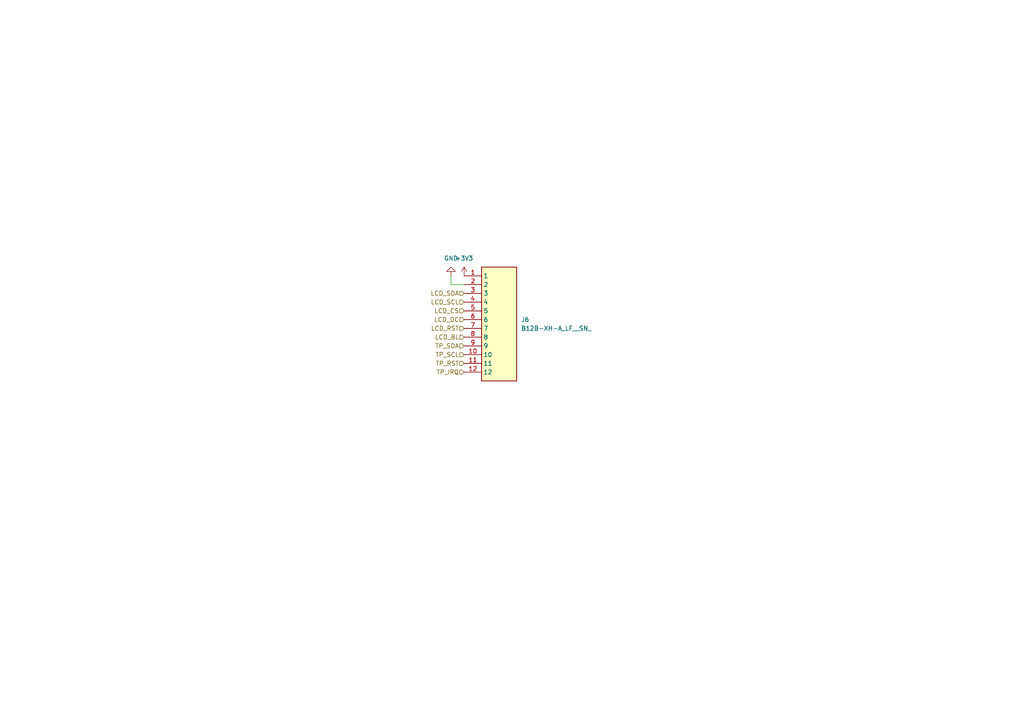
<source format=kicad_sch>
(kicad_sch (version 20250114) (generator "eeschema") (generator_version "9.0")
  (paper "A4")
  (lib_symbols
    (symbol "afterburner_symbolic:B12B-XH-A_LF__SN_"
      (property "Reference" "J" (at 16.51 7.62 0))
      (property "Value" "B12B-XH-A_LF__SN_" (at 16.51 5.08 0))
      (symbol "B12B-XH-A_LF__SN__1_1"
        (rectangle (start 5.08 2.54) (end 15.24 -30.48) (stroke (width 0.254)) (fill (type background)))
        (pin passive line (at 0 0 0) (length 5.08) (name "1") (number "1"))
        (pin passive line (at 0 -2.54 0) (length 5.08) (name "2") (number "2"))
        (pin passive line (at 0 -5.08 0) (length 5.08) (name "3") (number "3"))
        (pin passive line (at 0 -7.62 0) (length 5.08) (name "4") (number "4"))
        (pin passive line (at 0 -10.16 0) (length 5.08) (name "5") (number "5"))
        (pin passive line (at 0 -12.7 0) (length 5.08) (name "6") (number "6"))
        (pin passive line (at 0 -15.24 0) (length 5.08) (name "7") (number "7"))
        (pin passive line (at 0 -17.78 0) (length 5.08) (name "8") (number "8"))
        (pin passive line (at 0 -20.32 0) (length 5.08) (name "9") (number "9"))
        (pin passive line (at 0 -22.86 0) (length 5.08) (name "10") (number "10"))
        (pin passive line (at 0 -25.4 0) (length 5.08) (name "11") (number "11"))
        (pin passive line (at 0 -27.94 0) (length 5.08) (name "12") (number "12"))
      )
    )
    (symbol "power:+3V3" (power) (pin_numbers (hide yes)) (pin_names (offset 0) (hide yes))
      (property "Value" "+3V3" (at 0 3.556 0))
      (symbol "+3V3_0_1"
        (polyline (pts (xy -0.762 1.27) (xy 0 2.54)))
        (polyline (pts (xy 0 2.54) (xy 0.762 1.27)))
        (polyline (pts (xy 0 0) (xy 0 2.54)))
      )
      (symbol "+3V3_1_1"
        (pin power_in line (at 0 0 90) (length 0) (name "~") (number "1"))
      )
    )
    (symbol "power:GND" (power) (pin_numbers (hide yes)) (pin_names (offset 0) (hide yes))
      (property "Value" "GND" (at 0 -3.81 0))
      (symbol "GND_0_1"
        (polyline (pts (xy 0 0) (xy 0 -1.27) (xy 1.27 -1.27) (xy 0 -2.54) (xy -1.27 -1.27) (xy 0 -1.27)))
      )
      (symbol "GND_1_1"
        (pin power_in line (at 0 0 270) (length 0) (name "~") (number "1"))
      )
    )
  )
  (wire (pts (xy 134.62 82.55) (xy 130.81 82.55)))
  (wire (pts (xy 130.81 82.55) (xy 130.81 80.01)))
  (hierarchical_label "LCD_BL" (shape input) (at 134.62 97.79 180))
  (hierarchical_label "TP_SCL" (shape input) (at 134.62 102.87 180))
  (hierarchical_label "TP_RST" (shape input) (at 134.62 105.41 180))
  (hierarchical_label "LCD_DC" (shape input) (at 134.62 92.71 180))
  (hierarchical_label "LCD_CS" (shape input) (at 134.62 90.17 180))
  (hierarchical_label "LCD_RST" (shape input) (at 134.62 95.25 180))
  (hierarchical_label "LCD_SDA" (shape input) (at 134.62 85.09 180))
  (hierarchical_label "TP_SDA" (shape input) (at 134.62 100.33 180))
  (hierarchical_label "LCD_SCL" (shape input) (at 134.62 87.63 180))
  (hierarchical_label "TP_IRQ" (shape input) (at 134.62 107.95 180))
  (symbol (lib_id "power:+3V3") (at 134.62 80.01 0) (unit 1)
    (property "Reference" "#PWR0123" (effects (hide yes)))
    (property "Value" "+3V3" (at 134.62 74.93 0))
    (property "Description" "Power symbol creates a global label with name \"+3V3\"" (effects (hide yes)))
  )
  (symbol (lib_id "power:GND") (at 130.81 80.01 180) (unit 1)
    (property "Reference" "#PWR0124" (effects (hide yes)))
    (property "Value" "GND" (at 130.81 74.93 0))
    (property "Description" "Power symbol creates a global label with name \"GND\" , ground" (effects (hide yes)))
  )
  (symbol (lib_id "afterburner_symbolic:B12B-XH-A_LF__SN_") (at 134.62 80.01 0) (unit 1)
    (property "Reference" "J6" (at 151.13 92.7099 0) (effects (justify left)))
    (property "Value" "B12B-XH-A_LF__SN_" (at 151.13 95.2499 0) (effects (justify left)))
    (property "Footprint" "Library:SHDR12W64P0X250_1X12_3240X575X700P" (effects (hide yes)))
    (property "Datasheet" "http://www.jst-mfg.com/product/pdf/eng/eXH.pdf" (effects (hide yes)))
    (property "Description" "CONN HEADER XH TOP 12POS 2.5MM" (effects (hide yes)))
    (property "Height" "7" (effects (hide yes)))
    (property "Mouser Part Number" "306-B12BXHALFSN" (effects (hide yes)))
    (property "Mouser Price/Stock" "https://www.mouser.co.uk/ProductDetail/JST-Commercial/B12B-XH-ALFSN?qs=cdbOS8ANM9DlDe0nA7fEWA%3D%3D" (effects (hide yes)))
    (property "Manufacturer_Name" "JST (JAPAN SOLDERLESS TERMINALS)" (effects (hide yes)))
    (property "Manufacturer_Part_Number" "B12B-XH-A(LF)(SN)" (effects (hide yes)))
  )
)
</source>
